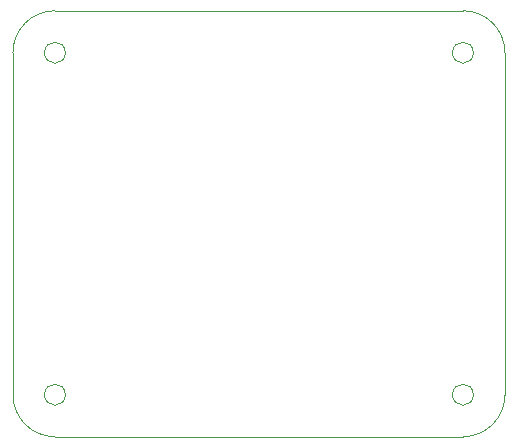
<source format=gko>
G04 #@! TF.GenerationSoftware,KiCad,Pcbnew,(5.1.6)-1*
G04 #@! TF.CreationDate,2021-09-11T05:23:29-07:00*
G04 #@! TF.ProjectId,scum3c-devboard,7363756d-3363-42d6-9465-76626f617264,rev?*
G04 #@! TF.SameCoordinates,Original*
G04 #@! TF.FileFunction,Profile,NP*
%FSLAX46Y46*%
G04 Gerber Fmt 4.6, Leading zero omitted, Abs format (unit mm)*
G04 Created by KiCad (PCBNEW (5.1.6)-1) date 2021-09-11 05:23:29*
%MOMM*%
%LPD*%
G01*
G04 APERTURE LIST*
G04 #@! TA.AperFunction,Profile*
%ADD10C,0.101600*%
G04 #@! TD*
G04 #@! TA.AperFunction,Profile*
%ADD11C,0.100000*%
G04 #@! TD*
G04 APERTURE END LIST*
D10*
X76200000Y-54356000D02*
G75*
G02*
X79756000Y-50800000I3556000J0D01*
G01*
X79756000Y-86868000D02*
G75*
G02*
X76200000Y-83312000I0J3556000D01*
G01*
X117856000Y-83312000D02*
G75*
G02*
X114300000Y-86868000I-3556000J0D01*
G01*
X114300000Y-50800000D02*
G75*
G02*
X117856000Y-54356000I0J-3556000D01*
G01*
X79756000Y-50800000D02*
X114300000Y-50800000D01*
X76200000Y-54356000D02*
X76200000Y-83312000D01*
X114300000Y-86868000D02*
X79756000Y-86868000D01*
X117856000Y-54356000D02*
X117856000Y-83312000D01*
D11*
X80645000Y-54356000D02*
G75*
G03*
X80645000Y-54356000I-889000J0D01*
G01*
X80645000Y-83312000D02*
G75*
G03*
X80645000Y-83312000I-889000J0D01*
G01*
X115189000Y-83312000D02*
G75*
G03*
X115189000Y-83312000I-889000J0D01*
G01*
X115189000Y-54356000D02*
G75*
G03*
X115189000Y-54356000I-889000J0D01*
G01*
M02*

</source>
